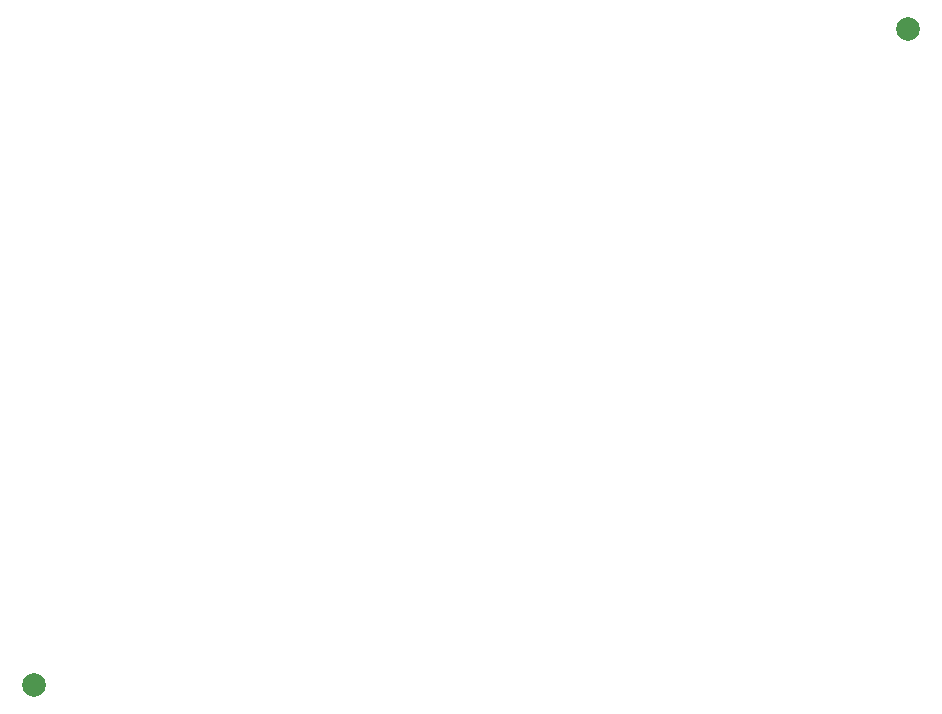
<source format=gbr>
%TF.GenerationSoftware,KiCad,Pcbnew,7.0.7-7.0.7~ubuntu22.04.1*%
%TF.CreationDate,2023-09-16T16:33:30-05:00*%
%TF.ProjectId,BT_PANELIZED,42545f50-414e-4454-9c49-5a45442e6b69,000*%
%TF.SameCoordinates,Original*%
%TF.FileFunction,Paste,Bot*%
%TF.FilePolarity,Positive*%
%FSLAX46Y46*%
G04 Gerber Fmt 4.6, Leading zero omitted, Abs format (unit mm)*
G04 Created by KiCad (PCBNEW 7.0.7-7.0.7~ubuntu22.04.1) date 2023-09-16 16:33:30*
%MOMM*%
%LPD*%
G01*
G04 APERTURE LIST*
%ADD10C,2.000000*%
G04 APERTURE END LIST*
D10*
%TO.C,REF\u002A\u002A*%
X175314263Y-33950000D03*
%TD*%
%TO.C,REF\u002A\u002A*%
X101335737Y-89510000D03*
%TD*%
M02*

</source>
